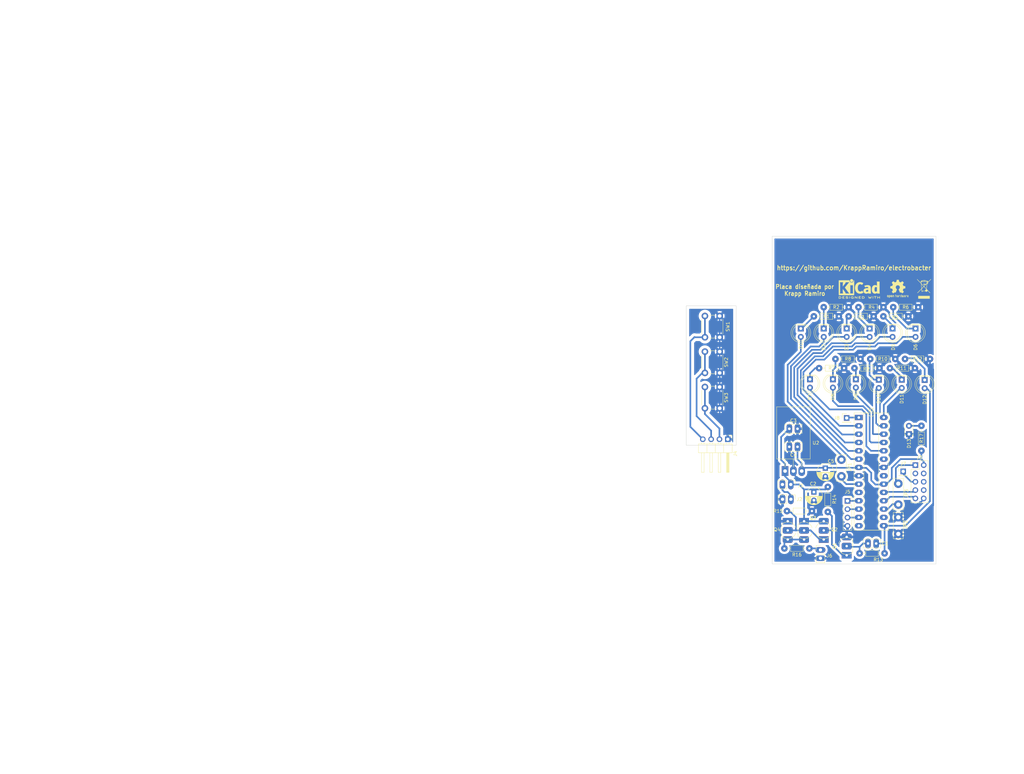
<source format=kicad_pcb>
(kicad_pcb (version 20211014) (generator pcbnew)
  (layers (0 "F.Cu" signal) (31 "B.Cu" signal) (34 "B.Paste" user) (35 "F.Paste" user) (36 "B.SilkS" user "B.Silkscreen") (37 "F.SilkS" user "F.Silkscreen") (38 "B.Mask" user) (39 "F.Mask" user) (44 "Edge.Cuts" user))
  (net 0 "")
  (net 1 "/mosi")
  (net 2 "+5V")
  (net 5 "Net-(J3-Pad5)")
  (net 7 "/sck")
  (net 9 "/miso")
  (net 10 "GND")
  (net 11 "Net-(Q1-Pad1)")
  (net 12 "Net-(C1-Pad2)")
  (net 13 "Net-(Q2-Pad1)")
  (net 14 "+9V")
  (net 15 "/led6")
  (net 16 "/led5")
  (net 17 "/led4")
  (net 18 "/led3")
  (net 19 "/led2")
  (net 20 "/led1")
  (net 22 "/btn1")
  (net 23 "/btn2")
  (net 24 "/btn3")
  (net 25 "/pwm")
  (net 29 "/led7")
  (net 30 "/led8")
  (net 31 "/led9")
  (net 32 "/led10")
  (net 33 "/led11")
  (net 34 "Net-(BT1-Pad1)")
  (net 35 "Net-(Q3-Pad3)")
  (net 36 "/out+")
  (net 37 "Net-(D13-Pad2)")
  (net 39 "Net-(J5-Pad1)")
  (net 40 "Net-(J5-Pad2)")
  (net 41 "Net-(J5-Pad3)")
  (net 42 "/btn-gnd")
  (net 43 "Net-(D3-Pad1)")
  (net 44 "Net-(D9-Pad1)")
  (net 45 "Net-(D8-Pad1)")
  (net 46 "Net-(D7-Pad1)")
  (net 47 "Net-(D12-Pad1)")
  (net 48 "Net-(D11-Pad1)")
  (net 49 "Net-(D10-Pad1)")
  (net 50 "Net-(D1-Pad1)")
  (net 51 "Net-(D2-Pad1)")
  (net 52 "Net-(D4-Pad1)")
  (net 53 "Net-(J8-Pad1)")
  (net 54 "Net-(D5-Pad1)")
  (net 55 "Net-(D6-Pad1)")
  (footprint "Capacitor_THT:CP_Radial_D5.0mm_P2.50mm" (layer "F.Cu") (at 231.5 122.5 -90)
    (fp_text reference "C5" (at -2.1 -1.7 180) (layer "F.SilkS"))
    (fp_text value "10uF")
    (pad "1" thru_hole rect (at 0 0 270) (size 1.6 1.6) (drill 0.8) (layers *.Cu *.Mask) (net 2 "+5V"))
    (pad "2" thru_hole circle (at 2.5 0 270) (size 1.6 1.6) (drill 0.8) (layers *.Cu *.Mask) (net 10 "GND"))
  )
  (footprint "Connector_PinHeader_2.54mm:PinHeader_1x04_P2.54mm_Horizontal" (layer "F.Cu") (at 201.725 113.695 -90)
    (fp_text reference "J4" (at 4.385 -2.27 90) (layer "F.SilkS"))
    (fp_text value "Conn_01x04_Male")
    (pad "1" thru_hole rect (at 0 0 270) (size 1.7 1.7) (drill 1) (layers *.Cu *.Mask) (net 42 "/btn-gnd"))
    (pad "2" thru_hole oval (at 0 2.54 270) (size 1.7 1.7) (drill 1) (layers *.Cu *.Mask) (net 24 "/btn3"))
    (pad "3" thru_hole oval (at 0 5.08 270) (size 1.7 1.7) (drill 1) (layers *.Cu *.Mask) (net 23 "/btn2"))
    (pad "4" thru_hole oval (at 0 7.62 270) (size 1.7 1.7) (drill 1) (layers *.Cu *.Mask) (net 22 "/btn1"))
  )
  (footprint "Symbol:OSHW-Logo2_7.3x6mm_SilkScreen" (layer "F.Cu") (at 253.6 67.8)
    (fp_text reference "REF**" hide)
    (fp_text value "OSHW-Logo2_7.3x6mm_SilkScreen" hide)
  )
  (footprint "Symbol:WEEE-Logo_4.2x6mm_SilkScreen" (layer "F.Cu") (at 261.6 67.8)
    (fp_text reference "REF**" hide)
    (fp_text value "WEEE-Logo_4.2x6mm_SilkScreen" hide)
  )
  (footprint "kicad_user_libraries:cap-disco-chico-pads-grandes" (layer "F.Cu") (at 223 116 180)
    (fp_text reference "C4" (at 1.25 -2.5) (layer "F.SilkS"))
    (fp_text value "100nF")
    (pad "1" thru_hole oval (at 0 0 180) (size 1.7 3) (drill 0.8) (layers *.Cu *.Mask) (net 2 "+5V"))
    (pad "2" thru_hole oval (at 2.5 0 180) (size 1.7 3) (drill 0.8) (layers *.Cu *.Mask) (net 10 "GND"))
  )
  (footprint "LED_THT:LED_D5.0mm" (layer "F.Cu") (at 261.8 95.6 -90)
    (fp_text reference "D12" (at 6 0 90) (layer "F.SilkS"))
    (fp_text value "LED")
    (pad "1" thru_hole rect (at 0 0 270) (size 1.8 1.8) (drill 0.9) (layers *.Cu *.Mask) (net 47 "Net-(D12-Pad1)"))
    (pad "2" thru_hole circle (at 2.54 0 270) (size 1.8 1.8) (drill 0.9) (layers *.Cu *.Mask) (net 25 "/pwm"))
  )
  (footprint "LED_THT:LED_D5.0mm" (layer "F.Cu") (at 252 79.925 -90)
    (fp_text reference "D5" (at 5.675 -0.2 90) (layer "F.SilkS"))
    (fp_text value "LED")
    (pad "1" thru_hole rect (at 0 0 270) (size 1.8 1.8) (drill 0.9) (layers *.Cu *.Mask) (net 54 "Net-(D5-Pad1)"))
    (pad "2" thru_hole circle (at 2.54 0 270) (size 1.8 1.8) (drill 0.9) (layers *.Cu *.Mask) (net 16 "/led5"))
  )
  (footprint "kicad_user_libraries:krapp-res-generic" (layer "F.Cu") (at 258.82 92 180)
    (fp_text reference "R11" (at 4.02 0) (layer "F.SilkS"))
    (fp_text value "1k")
    (pad "1" thru_hole circle (at 0 0 180) (size 2 2) (drill 0.7) (layers *.Cu *.Mask) (net 10 "GND"))
    (pad "2" thru_hole circle (at 7.62 0 180) (size 2 2) (drill 0.7) (layers *.Cu *.Mask) (net 48 "Net-(D11-Pad1)"))
  )
  (footprint "kicad_user_libraries:cap-disco-chico-pads-grandes" (layer "F.Cu") (at 247 145.5 180)
    (fp_text reference "C1" (at -2.75 0) (layer "F.SilkS"))
    (fp_text value "10nF")
    (pad "1" thru_hole oval (at 0 0 180) (size 1.7 3) (drill 0.8) (layers *.Cu *.Mask) (net 25 "/pwm"))
    (pad "2" thru_hole oval (at 2.5 0 180) (size 1.7 3) (drill 0.8) (layers *.Cu *.Mask) (net 12 "Net-(C1-Pad2)"))
  )
  (footprint "Connector_PinHeader_2.54mm:PinHeader_2x05_P2.54mm_Vertical" (layer "F.Cu") (at 258.96 121.59)
    (fp_text reference "J3" (at 1.27 -2.33) (layer "F.SilkS"))
    (fp_text value "CONN_programador")
    (pad "1" thru_hole rect (at 0 0) (size 1.7 1.7) (drill 1) (layers *.Cu *.Mask) (net 1 "/mosi"))
    (pad "2" thru_hole oval (at 2.54 0) (size 1.7 1.7) (drill 1) (layers *.Cu *.Mask) (net 2 "+5V"))
    (pad "3" thru_hole oval (at 0 2.54) (size 1.7 1.7) (drill 1) (layers *.Cu *.Mask))
    (pad "4" thru_hole oval (at 2.54 2.54) (size 1.7 1.7) (drill 1) (layers *.Cu *.Mask))
    (pad "5" thru_hole oval (at 0 5.08) (size 1.7 1.7) (drill 1) (layers *.Cu *.Mask) (net 5 "Net-(J3-Pad5)"))
    (pad "6" thru_hole oval (at 2.54 5.08) (size 1.7 1.7) (drill 1) (layers *.Cu *.Mask))
    (pad "7" thru_hole oval (at 0 7.62) (size 1.7 1.7) (drill 1) (layers *.Cu *.Mask) (net 7 "/sck"))
    (pad "8" thru_hole oval (at 2.54 7.62) (size 1.7 1.7) (drill 1) (layers *.Cu *.Mask))
    (pad "9" thru_hole oval (at 0 10.16) (size 1.7 1.7) (drill 1) (layers *.Cu *.Mask) (net 9 "/miso"))
    (pad "10" thru_hole oval (at 2.54 10.16) (size 1.7 1.7) (drill 1) (layers *.Cu *.Mask) (net 10 "GND"))
  )
  (footprint "Connector_PinHeader_2.54mm:PinHeader_1x01_P2.54mm_Vertical" (layer "F.Cu") (at 255.25 123.5)
    (fp_text reference "J7" (at 0 -2.33) (layer "F.SilkS"))
    (fp_text value "conn_reset")
    (pad "1" thru_hole rect (at 0 0) (size 1.7 1.7) (drill 1) (layers *.Cu *.Mask) (net 5 "Net-(J3-Pad5)"))
  )
  (footprint "kicad_user_libraries:krapp-res-generic" (layer "F.Cu") (at 260.8 117.21 90)
    (fp_text reference "R17" (at 3.8 0 90) (layer "F.SilkS"))
    (fp_text value "1k")
    (pad "1" thru_hole circle (at 0 0 90) (size 2 2) (drill 0.7) (layers *.Cu *.Mask) (net 2 "+5V"))
    (pad "2" thru_hole circle (at 7.62 0 90) (size 2 2) (drill 0.7) (layers *.Cu *.Mask) (net 37 "Net-(D13-Pad2)"))
  )
  (footprint "LED_THT:LED_D5.0mm" (layer "F.Cu") (at 259 79.925 -90)
    (fp_text reference "D6" (at 5.675 0 90) (layer "F.SilkS"))
    (fp_text value "LED")
    (pad "1" thru_hole rect (at 0 0 270) (size 1.8 1.8) (drill 0.9) (layers *.Cu *.Mask) (net 55 "Net-(D6-Pad1)"))
    (pad "2" thru_hole circle (at 2.54 0 270) (size 1.8 1.8) (drill 0.9) (layers *.Cu *.Mask) (net 15 "/led6"))
  )
  (footprint "kicad_user_libraries:krapp-TO-92_HandSolder" (layer "F.Cu") (at 238 147.564 90)
    (fp_text reference "Q1" (at 1.314 -3.75 90) (layer "F.SilkS"))
    (fp_text value "BC547")
    (pad "1" thru_hole rect (at -1.524 0 90) (size 2 3) (drill 0.75) (layers *.Cu *.Mask) (net 11 "Net-(Q1-Pad1)"))
    (pad "2" thru_hole roundrect (at 1.27 0 90) (size 2 3) (drill 0.75) (layers *.Cu *.Mask) (net 12 "Net-(C1-Pad2)"))
    (pad "3" thru_hole roundrect (at 4.064 0 90) (size 2 3) (drill 0.75) (layers *.Cu *.Mask) (net 10 "GND"))
  )
  (footprint "TestPoint:TestPoint_Bridge_Pitch5.08mm_Drill1.3mm" (layer "F.Cu") (at 236.4 125 90)
    (fp_text reference "JP1" (at 2.8 2.5 90) (layer "F.SilkS"))
    (fp_text value "Jumper_2_Bridged")
    (pad "1" thru_hole circle (at 5.08 0 90) (size 2.6 2.6) (drill 1.3) (layers *.Cu *.Mask) (net 20 "/led1"))
    (pad "1" thru_hole circle (at 0 0 90) (size 2.6 2.6) (drill 1.3) (layers *.Cu *.Mask) (net 20 "/led1"))
  )
  (footprint "LED_THT:LED_D5.0mm" (layer "F.Cu") (at 240.8 95.4 -90)
    (fp_text reference "D9" (at 5.4 0 90) (layer "F.SilkS"))
    (fp_text value "LED")
    (pad "1" thru_hole rect (at 0 0 270) (size 1.8 1.8) (drill 0.9) (layers *.Cu *.Mask) (net 44 "Net-(D9-Pad1)"))
    (pad "2" thru_hole circle (at 2.54 0 270) (size 1.8 1.8) (drill 0.9) (layers *.Cu *.Mask) (net 31 "/led9"))
  )
  (footprint "kicad_user_libraries:cap-disco-chico-pads-grandes" (layer "F.Cu") (at 220.5 110.5)
    (fp_text reference "C3" (at 1.25 -2.5) (layer "F.SilkS"))
    (fp_text value "100nF")
    (pad "1" thru_hole oval (at 0 0) (size 1.7 3) (drill 0.8) (layers *.Cu *.Mask) (net 14 "+9V"))
    (pad "2" thru_hole oval (at 2.5 0) (size 1.7 3) (drill 0.8) (layers *.Cu *.Mask) (net 10 "GND"))
  )
  (footprint "TestPoint:TestPoint_Bridge_Pitch5.08mm_Drill1.3mm" (layer "F.Cu") (at 253.75 142.58 90)
    (fp_text reference "JP2" (at 2.8 2.3 90) (layer "F.SilkS"))
    (fp_text value "Jumper_2_Bridged")
    (pad "1" thru_hole circle (at 0 0 90) (size 2.6 2.6) (drill 1.3) (layers *.Cu *.Mask) (net 10 "GND"))
    (pad "1" thru_hole circle (at 5.08 0 90) (size 2.6 2.6) (drill 1.3) (layers *.Cu *.Mask) (net 10 "GND"))
  )
  (footprint "kicad_user_libraries:krapp-res-generic" (layer "F.Cu") (at 238.61 73.4 180)
    (fp_text reference "R2" (at 3.81 0) (layer "F.SilkS"))
    (fp_text value "1k")
    (pad "1" thru_hole circle (at 0 0 180) (size 2 2) (drill 0.7) (layers *.Cu *.Mask) (net 10 "GND"))
    (pad "2" thru_hole circle (at 7.62 0 180) (size 2 2) (drill 0.7) (layers *.Cu *.Mask) (net 51 "Net-(D2-Pad1)"))
  )
  (footprint "Capacitor_THT:CP_Radial_D5.0mm_P2.50mm" (layer "F.Cu") (at 228 129.8 -90)
    (fp_text reference "C2" (at -2.5 0.25) (layer "F.SilkS"))
    (fp_text value "100uF")
    (pad "1" thru_hole rect (at 0 0 270) (size 1.6 1.6) (drill 0.8) (layers *.Cu *.Mask) (net 14 "+9V"))
    (pad "2" thru_hole circle (at 2.5 0 270) (size 1.6 1.6) (drill 0.8) (layers *.Cu *.Mask) (net 10 "GND"))
  )
  (footprint "Connector_PinHeader_2.54mm:PinHeader_1x01_P2.54mm_Vertical" (layer "F.Cu") (at 238 107.2)
    (fp_text reference "J8" (at -3 0) (layer "F.SilkS"))
    (fp_text value "conn_reset")
    (pad "1" thru_hole rect (at 0 0) (size 1.7 1.7) (drill 1) (layers *.Cu *.Mask) (net 53 "Net-(J8-Pad1)"))
  )
  (footprint "kicad_user_libraries:krapp-res-generic" (layer "F.Cu") (at 242.2 89.2 180)
    (fp_text reference "R8" (at 3.81 0) (layer "F.SilkS"))
    (fp_text value "1k")
    (pad "1" thru_hole circle (at 0 0 180) (size 2 2) (drill 0.7) (layers *.Cu *.Mask) (net 10 "GND"))
    (pad "2" thru_hole circle (at 7.62 0 180) (size 2 2) (drill 0.7) (layers *.Cu *.Mask) (net 45 "Net-(D8-Pad1)"))
  )
  (footprint "Package_DIP:DIP-28_W7.62mm_Socket_LongPads" (layer "F.Cu") (at 241.7 107.06)
    (fp_text reference "U1" (at 3.81 -2.33) (layer "F.SilkS"))
    (fp_text value "ATmega48V-10P")
    (pad "1" thru_hole rect (at 0 0) (size 2.4 1.6) (drill 0.8) (layers *.Cu *.Mask) (net 53 "Net-(J8-Pad1)"))
    (pad "2" thru_hole oval (at 0 2.54) (size 2.4 1.6) (drill 0.8) (layers *.Cu *.Mask) (net 15 "/led6"))
    (pad "3" thru_hole oval (at 0 5.08) (size 2.4 1.6) (drill 0.8) (layers *.Cu *.Mask) (net 16 "/led5"))
    (pad "4" thru_hole oval (at 0 7.62) (size 2.4 1.6) (drill 0.8) (layers *.Cu *.Mask) (net 17 "/led4"))
    (pad "5" thru_hole oval (at 0 10.16) (size 2.4 1.6) (drill 0.8) (layers *.Cu *.Mask) (net 18 "/led3"))
    (pad "6" thru_hole oval (at 0 12.7) (size 2.4 1.6) (drill 0.8) (layers *.Cu *.Mask) (net 19 "/led2"))
    (pad "7" thru_hole oval (at 0 15.24) (size 2.4 1.6) (drill 0.8) (layers *.Cu *.Mask) (net 2 "+5V"))
    (pad "8" thru_hole oval (at 0 17.78) (size 2.4 1.6) (drill 0.8) (layers *.Cu *.Mask) (net 10 "GND"))
    (pad "9" thru_hole oval (at 0 20.32) (size 2.4 1.6) (drill 0.8) (layers *.Cu *.Mask) (net 20 "/led1"))
    (pad "10" thru_hole oval (at 0 22.86) (size 2.4 1.6) (drill 0.8) (layers *.Cu *.Mask))
    (pad "11" thru_hole oval (at 0 25.4) (size 2.4 1.6) (drill 0.8) (layers *.Cu *.Mask) (net 39 "Net-(J5-Pad1)"))
    (pad "12" thru_hole oval (at 0 27.94) (size 2.4 1.6) (drill 0.8) (layers *.Cu *.Mask) (net 40 "Net-(J5-Pad2)"))
    (pad "13" thru_hole oval (at 0 30.48) (size 2.4 1.6) (drill 0.8) (layers *.Cu *.Mask) (net 41 "Net-(J5-Pad3)"))
    (pad "14" thru_hole oval (at 0 33.02) (size 2.4 1.6) (drill 0.8) (layers *.Cu *.Mask))
    (pad "15" thru_hole oval (at 7.62 33.02) (size 2.4 1.6) (drill 0.8) (layers *.Cu *.Mask) (net 25 "/pwm"))
    (pad "16" thru_hole oval (at 7.62 30.48) (size 2.4 1.6) (drill 0.8) (layers *.Cu *.Mask))
    (pad "17" thru_hole oval (at 7.62 27.94) (size 2.4 1.6) (drill 0.8) (layers *.Cu *.Mask) (net 1 "/mosi"))
    (pad "18" thru_hole oval (at 7.62 25.4) (size 2.4 1.6) (drill 0.8) (layers *.Cu *.Mask) (net 9 "/miso"))
    (pad "19" thru_hole oval (at 7.62 22.86) (size 2.4 1.6) (drill 0.8) (layers *.Cu *.Mask) (net 7 "/sck"))
    (pad "20" thru_hole oval (at 7.62 20.32) (size 2.4 1.6) (drill 0.8) (layers *.Cu *.Mask) (net 2 "+5V"))
    (pad "21" thru_hole oval (at 7.62 17.78) (size 2.4 1.6) (drill 0.8) (layers *.Cu *.Mask))
    (pad "22" thru_hole oval (at 7.62 15.24) (size 2.4 1.6) (drill 0.8) (layers *.Cu *.Mask) (net 10 "GND"))
    (pad "23" thru_hole oval (at 7.62 12.7) (size 2.4 1.6) (drill 0.8) (layers *.Cu *.Mask))
    (pad "24" thru_hole oval (at 7.62 10.16) (size 2.4 1.6) (drill 0.8) (layers *.Cu *.Mask) (net 29 "/led7"))
    (pad "25" thru_hole oval (at 7.62 7.62) (size 2.4 1.6) (drill 0.8) (layers *.Cu *.Mask) (net 30 "/led8"))
    (pad "26" thru_hole oval (at 7.62 5.08) (size 2.4 1.6) (drill 0.8) (layers *.Cu *.Mask) (net 31 "/led9"))
    (pad "27" thru_hole oval (at 7.62 2.54) (size 2.4 1.6) (drill 0.8) (layers *.Cu *.Mask) (net 32 "/led10"))
    (pad "28" thru_hole oval (at 7.62 0) (size 2.4 1.6) (drill 0.8) (layers *.Cu *.Mask) (net 33 "/led11"))
  )
  (footprint "LED_THT:LED_D5.0mm" (layer "F.Cu") (at 233.8 95.4 -90)
    (fp_text reference "D8" (at 5.4 0 90) (layer "F.SilkS"))
    (fp_text value "LED")
    (pad "1" thru_hole rect (at 0 0 270) (size 1.8 1.8) (drill 0.9) (layers *.Cu *.Mask) (net 45 "Net-(D8-Pad1)"))
    (pad "2" thru_hole circle (at 2.54 0 270) (size 1.8 1.8) (drill 0.9) (layers *.Cu *.Mask) (net 30 "/led8"))
  )
  (footprint "kicad_user_libraries:krapp-res-generic" (layer "F.Cu") (at 237.2 92 180)
    (fp_text reference "R7" (at 3.81 0) (layer "F.SilkS"))
    (fp_text value "1k")
    (pad "1" thru_hole circle (at 0 0 180) (size 2 2) (drill 0.7) (layers *.Cu *.Mask) (net 10 "GND"))
    (pad "2" thru_hole circle (at 7.62 0 180) (size 2 2) (drill 0.7) (layers *.Cu *.Mask) (net 46 "Net-(D7-Pad1)"))
  )
  (footprint "kicad_user_libraries:krapp-TO-92_HandSolder" (layer "F.Cu") (at 220.02 140.23 -90)
    (fp_text reference "Q4" (at 1.02 3.27 180) (layer "F.SilkS"))
    (fp_text value "BC327")
    (pad "1" thru_hole rect (at -1.524 0 270) (size 2 3) (drill 0.75) (layers *.Cu *.Mask) (net 10 "GND"))
    (pad "2" thru_hole roundrect (at 1.27 0 270) (size 2 3) (drill 0.75) (layers *.Cu *.Mask) (net 13 "Net-(Q2-Pad1)"))
    (pad "3" thru_hole roundrect (at 4.064 0 270) (size 2 3) (drill 0.75) (layers *.Cu *.Mask) (net 35 "Net-(Q3-Pad3)"))
  )
  (footprint "LED_THT:LED_D5.0mm" (layer "F.Cu") (at 224 79.925 -90)
    (fp_text reference "D1" (at 5.275 0 90) (layer "F.SilkS"))
    (fp_text value "LED")
    (pad "1" thru_hole rect (at 0 0 270) (size 1.8 1.8) (drill 0.9) (layers *.Cu *.Mask) (net 50 "Net-(D1-Pad1)"))
    (pad "2" thru_hole circle (at 2.54 0 270) (size 1.8 1.8) (drill 0.9) (layers *.Cu *.Mask) (net 20 "/led1"))
  )
  (footprint "Connector_PinHeader_2.54mm:PinHeader_1x02_P2.54mm_Vertical" (layer "F.Cu") (at 220.94 127.5 -90)
    (fp_text reference "J1" (at 0.3 -3.06 180) (layer "F.SilkS"))
    (fp_text value "CONN_switch")
    (pad "1" thru_hole oval (at 0 0 270) (size 3 1.7) (drill 1) (layers *.Cu *.Mask) (net 14 "+9V"))
    (pad "2" thru_hole oval (at 0 2.54 270) (size 3 1.7) (drill 1) (layers *.Cu *.Mask) (net 34 "Net-(BT1-Pad1)"))
  )
  (footprint "kicad_user_libraries:TO-220-horizontal-pads-grandes" (layer "F.Cu") (at 219.2 123.4)
    (fp_text reference "U2" (at 9.4 -8.6) (layer "F.SilkS"))
    (fp_text value "L7805")
    (pad "1" thru_hole rect (at 0 0) (size 2 3) (drill 1.1) (layers *.Cu *.Mask) (net 14 "+9V"))
    (pad "2" thru_hole oval (at 2.54 0) (size 2 3) (drill 1.1) (layers *.Cu *.Mask) (net 10 "GND"))
    (pad "3" thru_hole oval (at 5.08 0) (size 2 3) (drill 1.1) (layers *.Cu *.Mask) (net 2 "+5V"))
  )
  (footprint "kicad_user_libraries:krapp-res-generic" (layer "F.Cu") (at 263.42 89.2 180)
    (fp_text reference "R12" (at 3.82 0) (layer "F.SilkS"))
    (fp_text value "1k")
    (pad "1" thru_hole circle (at 0 0 180) (size 2 2) (drill 0.7) (layers *.Cu *.Mask) (net 10 "GND"))
    (pad "2" thru_hole circle (at 7.62 0 180) (size 2 2) (drill 0.7) (layers *.Cu *.Mask) (net 47 "Net-(D12-Pad1)"))
  )
  (footprint "kicad_user_libraries:krapp-res-generic" (layer "F.Cu") (at 246.22 76.2 180)
    (fp_text reference "R3" (at 3.81 -0.2) (layer "F.SilkS"))
    (fp_text value "1k")
    (pad "1" thru_hole circle (at 0 0 180) (size 2 2) (drill 0.7) (layers *.Cu *.Mask) (net 10 "GND"))
    (pad "2" thru_hole circle (at 7.62 0 180) (size 2 2) (drill 0.7) (layers *.Cu *.Mask) (net 43 "Net-(D3-Pad1)"))
  )
  (footprint "kicad_user_libraries:krapp-res-generic" (layer "F.Cu") (at 248 92 180)
    (fp_text reference "R9" (at 4 -0.2) (layer "F.SilkS"))
    (fp_text value "1k")
    (pad "1" thru_hole circle (at 0 0 180) (size 2 2) (drill 0.7) (layers *.Cu *.Mask) (net 10 "GND"))
    (pad "2" thru_hole circle (at 7.62 0 180) (size 2 2) (drill 0.7) (layers *.Cu *.Mask) (net 44 "Net-(D9-Pad1)"))
  )
  (footprint "kicad_user_libraries:krapp-res-generic" (layer "F.Cu") (at 252.82 89.2 180)
    (fp_text reference "R10" (at 3.82 0) (layer "F.SilkS"))
    (fp_text value "1k")
    (pad "1" thru_hole circle (at 0 0 180) (size 2 2) (drill 0.7) (layers *.Cu *.Mask) (net 10 "GND"))
    (pad "2" thru_hole circle (at 7.62 0 180) (size 2 2) (drill 0.7) (layers *.Cu *.Mask) (net 49 "Net-(D10-Pad1)"))
  )
  (footprint "kicad_user_libraries:krapp-TO-92_HandSolder" (layer "F.Cu") (at 225 140.23 -90)
    (fp_text reference "Q3" (at -2.48 -2.75 180) (layer "F.SilkS"))
    (fp_text value "BC337")
    (pad "1" thru_hole rect (at -1.524 0 270) (size 2 3) (drill 0.75) (layers *.Cu *.Mask) (net 14 "+9V"))
    (pad "2" thru_hole roundrect (at 1.27 0 270) (size 2 3) (drill 0.75) (layers *.Cu *.Mask) (net 13 "Net-(Q2-Pad1)"))
    (pad "3" thru_hole roundrect (at 4.064 0 270) (size 2 3) (drill 0.75) (layers *.Cu *.Mask) (net 35 "Net-(Q3-Pad3)"))
  )
  (footprint "kicad_user_libraries:krapp-res-generic" (layer "F.Cu") (at 259.82 73.4 180)
    (fp_text reference "R6" (at 3.82 0) (layer "F.SilkS"))
    (fp_text value "1k")
    (pad "1" thru_hole circle (at 0 0 180) (size 2 2) (drill 0.7) (layers *.Cu *.Mask) (net 10 "GND"))
    (pad "2" thru_hole circle (at 7.62 0 180) (size 2 2) (drill 0.7) (layers *.Cu *.Mask) (net 55 "Net-(D6-Pad1)"))
  )
  (footprint "Connector_PinSocket_2.54mm:PinSocket_1x04_P2.54mm_Vertical" (layer "F.Cu") (at 238.25 132.5)
    (fp_text reference "J5" (at 0 -2.77) (layer "F.SilkS"))
    (fp_text value "CONN_botones")
    (pad "1" thru_hole rect (at 0 0) (size 1.7 1.7) (drill 1) (layers *.Cu *.Mask) (net 39 "Net-(J5-Pad1)"))
    (pad "2" thru_hole oval (at 0 2.54) (size 1.7 1.7) (drill 1) (layers *.Cu *.Mask) (net 40 "Net-(J5-Pad2)"))
    (pad "3" thru_hole oval (at 0 5.08) (size 1.7 1.7) (drill 1) (layers *.Cu *.Mask) (net 41 "Net-(J5-Pad3)"))
    (pad "4" thru_hole oval (at 0 7.62) (size 1.7 1.7) (drill 1) (layers *.Cu *.Mask) (net 10 "GND"))
  )
  (footprint "kicad_user_libraries:krapp-res-generic" (layer "F.Cu") (at 226.62 147 180)
    (fp_text reference "R16" (at 3.81 -1.92) (layer "F.SilkS"))
    (fp_text value "100")
    (pad "1" thru_hole circle (at 0 0 180) (size 2 2) (drill 0.7) (layers *.Cu *.Mask) (net 36 "/out+"))
    (pad "2" thru_hole circle (at 7.62 0 180) (size 2 2) (drill 0.7) (layers *.Cu *.Mask) (net 35 "Net-(Q3-Pad3)"))
  )
  (footprint "LED_THT:LED_D5.0mm" (layer "F.Cu") (at 231 79.925 -90)
    (fp_text reference "D2" (at 5.675 0 90) (layer "F.SilkS"))
    (fp_text value "LED")
    (pad "1" thru_hole rect (at 0 0 270) (size 1.8 1.8) (drill 0.9) (layers *.Cu *.Mask) (net 51 "Net-(D2-Pad1)"))
    (pad "2" thru_hole circle (at 2.54 0 270) (size 1.8 1.8) (drill 0.9) (layers *.Cu *.Mask) (net 19 "/led2"))
  )
  (footprint "kicad_user_libraries:Pin-macho-arduino-2x1-pads-grandes" (layer "F.Cu") (at 230 147.46)
    (fp_text reference "J6" (at 2.75 1.79) (layer "F.SilkS"))
    (fp_text value "CONN_OUT")
    (pad "1" thru_hole oval (at 0 0) (size 3 1.7) (drill 1) (layers *.Cu *.Mask) (net 36 "/out+"))
    (pad "2" thru_hole oval (at 0 2.54) (size 3 1.7) (drill 1) (layers *.Cu *.Mask) (net 10 "GND"))
  )
  (footprint "LED_THT:LED_D1.8mm_W3.3mm_H2.4mm" (layer "F.Cu") (at 257 112.14 90)
    (fp_text reference "D13" (at -2.86 0 90) (layer "F.SilkS"))
    (fp_text value "LED")
    (pad "1" thru_hole rect (at 0 0 90) (size 1.8 1.8) (drill 0.9) (layers *.Cu *.Mask) (net 10 "GND"))
    (pad "2" thru_hole circle (at 2.54 0 90) (size 1.8 1.8) (drill 0.9) (layers *.Cu *.Mask) (net 37 "Net-(D13-Pad2)"))
  )
  (footprint "LED_THT:LED_D5.0mm" (layer "F.Cu") (at 238 79.925 -90)
    (fp_text reference "D3" (at 5.675 0 90) (layer "F.SilkS"))
    (fp_text value "LED")
    (pad "1" thru_hole rect (at 0 0 270) (size 1.8 1.8) (drill 0.9) (layers *.Cu *.Mask) (net 43 "Net-(D3-Pad1)"))
    (pad "2" thru_hole circle (at 2.54 0 270) (size 1.8 1.8) (drill 0.9) (layers *.Cu *.Mask) (net 18 "/led3"))
  )
  (footprint "LED_THT:LED_D5.0mm" (layer "F.Cu") (at 245 79.925 -90)
    (fp_text reference "D4" (at 5.675 0 90) (layer "F.SilkS"))
    (fp_text value "LED")
    (pad "1" thru_hole rect (at 0 0 270) (size 1.8 1.8) (drill 0.9) (layers *.Cu *.Mask) (net 52 "Net-(D4-Pad1)"))
    (pad "2" thru_hole circle (at 2.54 0 270) (size 1.8 1.8) (drill 0.9) (layers *.Cu *.Mask) (net 17 "/led4"))
  )
  (footprint "kicad_user_libraries:krapp-TO-92_HandSolder" (layer "F.Cu") (at 231 142.77 90)
    (fp_text reference "Q2" (at 1.52 3.25 180) (layer "F.SilkS"))
    (fp_text value "BC327")
    (pad "1" thru_hole rect (at -1.524 0 90) (size 2 3) (drill 0.75) (layers *.Cu *.Mask) (net 13 "Net-(Q2-Pad1)"))
    (pad "2" thru_hole roundrect (at 1.27 0 90) (size 2 3) (drill 0.75) (layers *.Cu *.Mask) (net 11 "Net-(Q1-Pad1)"))
    (pad "3" thru_hole roundrect (at 4.064 0 90) (size 2 3) (drill 0.75) (layers *.Cu *.Mask) (net 14 "+9V"))
  )
  (footprint "Symbol:KiCad-Logo2_5mm_SilkScreen" (layer "F.Cu") (at 241.85 67.8)
    (fp_text reference "REF**" hide)
    (fp_text value "KiCad-Logo2_5mm_SilkScreen" hide)
  )
  (footprint "kicad_user_libraries:Pin-macho-arduino-2x1-pads-grandes" (layer "F.Cu") (at 220.968 132 -90)
    (fp_text reference "J2" (at 0 -2.632) (layer "F.SilkS"))
    (fp_text value "CONN_Bateria")
    (pad "1" thru_hole oval (at 0 0 270) (size 3 1.7) (drill 1) (layers *.Cu *.Mask) (net 34 "Net-(BT1-Pad1)"))
    (pad "2" thru_hole oval (at 0 2.54 270) (size 3 1.7) (drill 1) (layers *.Cu *.Mask) (net 10 "GND"))
  )
  (footprint "LED_THT:LED_D5.0mm" (layer "F.Cu") (at 254.8 95.525 -90)
    (fp_text reference "D11" (at 5.875 0 90) (layer "F.SilkS"))
    (fp_text value "LED")
    (pad "1" thru_hole rect (at 0 0 270) (size 1.8 1.8) (drill 0.9) (layers *.Cu *.Mask) (net 48 "Net-(D11-Pad1)"))
    (pad "2" thru_hole circle (at 2.54 0 270) (size 1.8 1.8) (drill 0.9) (layers *.Cu *.Mask) (net 33 "/led11"))
  )
  (footprint "kicad_user_libraries:krapp-res-generic" (layer "F.Cu") (at 235.61 76.2 180)
    (fp_text reference "R1" (at 3.81 0) (layer "F.SilkS"))
    (fp_text value "1k")
    (pad "1" thru_hole circle (at 0 0 180) (size 2 2) (drill 0.7) (layers *.Cu *.Mask) (net 10 "GND"))
    (pad "2" thru_hole circle (at 7.62 0 180) (size 2 2) (drill 0.7) (layers *.Cu *.Mask) (net 50 "Net-(D1-Pad1)"))
  )
  (footprint "kicad_user_libraries:krapp-res-generic" (layer "F.Cu") (at 232.25 135.87 90)
    (fp_text reference "R14" (at 3.87 2 90) (layer "F.SilkS"))
    (fp_text value "470")
    (pad "1" thru_hole circle (at 0 0 90) (size 2 2) (drill 0.7) (layers *.Cu *.Mask) (net 11 "Net-(Q1-Pad1)"))
    (pad "2" thru_hole circle (at 7.62 0 90) (size 2 2) (drill 0.7) (layers *.Cu *.Mask) (net 14 "+9V"))
  )
  (footprint "LED_THT:LED_D5.0mm" (layer "F.Cu") (at 247.8 95.525 -90)
    (fp_text reference "D10" (at 5.875 0 90) (layer "F.SilkS"))
    (fp_text value "LED")
    (pad "1" thru_hole rect (at 0 0 270) (size 1.8 1.8) (drill 0.9) (layers *.Cu *.Mask) (net 49 "Net-(D10-Pad1)"))
    (pad "2" thru_hole circle (at 2.54 0 270) (size 1.8 1.8) (drill 0.9) (layers *.Cu *.Mask) (net 32 "/led10"))
  )
  (footprint "Button_Switch_THT:SW_PUSH_6mm" (layer "F.Cu") (at 199.25 86.955 -90)
    (fp_text reference "SW2" (at 3.25 -2 90) (layer "F.SilkS"))
    (fp_text value "SW_Push")
    (pad "1" thru_hole circle (at 6.5 0) (size 2 2) (drill 1.1) (layers *.Cu *.Mask) (net 42 "/btn-gnd"))
    (pad "1" thru_hole circle (at 0 0) (size 2 2) (drill 1.1) (layers *.Cu *.Mask) (net 42 "/btn-gnd"))
    (pad "2" thru_hole circle (at 6.5 4.5) (size 2 2) (drill 1.1) (layers *.Cu *.Mask) (net 23 "/btn2"))
    (pad "2" thru_hole circle (at 0 4.5) (size 2 2) (drill 1.1) (layers *.Cu *.Mask) (net 23 "/btn2"))
  )
  (footprint "kicad_user_libraries:krapp-res-generic" (layer "F.Cu") (at 256.82 76.2 180)
    (fp_text reference "R5" (at 4.02 -0.2) (layer "F.SilkS"))
    (fp_text value "1k")
    (pad "1" thru_hole circle (at 0 0 180) (size 2 2) (drill 0.7) (layers *.Cu *.Mask) (net 10 "GND"))
    (pad "2" thru_hole circle (at 7.62 0 180) (size 2 2) (drill 0.7) (layers *.Cu *.Mask) (net 54 "Net-(D5-Pad1)"))
  )
  (footprint "Button_Switch_THT:SW_PUSH_6mm" (layer "F.Cu") (at 199.25 97.75 -90)
    (fp_text reference "SW3" (at 3.25 -2 90) (layer "F.SilkS"))
    (fp_text value "SW_Push")
    (pad "1" thru_hole circle (at 0 0) (size 2 2) (drill 1.1) (layers *.Cu *.Mask) (net 42 "/btn-gnd"))
    (pad "1" thru_hole circle (at 6.5 0) (size 2 2) (drill 1.1) (layers *.Cu *.Mask) (net 42 "/btn-gnd"))
    (pad "2" thru_hole circle (at 0 4.5) (size 2 2) (drill 1.1) (layers *.Cu *.Mask) (net 24 "/btn3"))
    (pad "2" thru_hole circle (at 6.5 4.5) (size 2 2) (drill 1.1) (layers *.Cu *.Mask) (net 24 "/btn3"))
  )
  (footprint "TestPoint:TestPoint_Bridge_Pitch6.35mm_Drill1.3mm" (layer "F.Cu") (at 253.75 127.25 -90)
    (fp_text reference "JP3" (at 3 -2.5 90) (layer "F.SilkS"))
    (fp_text value "Jumper_2_Bridged")
    (pad "1" thru_hole circle (at 0 0 270) (size 2.6 2.6) (drill 1.3) (layers *.Cu *.Mask) (net 1 "/mosi"))
    (pad "1" thru_hole circle (at 6.38 0 270) (size 2.6 2.6) (drill 1.3) (layers *.Cu *.Mask) (net 1 "/mosi"))
  )
  (footprint "kicad_user_libraries:krapp-res-generic" (layer "F.Cu") (at 249.22 73.4 180)
    (fp_text reference "R4" (at 3.62 0) (layer "F.SilkS"))
    (fp_text value "1k")
    (pad "1" thru_hole circle (at 0 0 180) (size 2 2) (drill 0.7) (layers *.Cu *.Mask) (net 10 "GND"))
    (pad "2" thru_hole circle (at 7.62 0 180) (size 2 2) (drill 0.7) (layers *.Cu *.Mask) (net 52 "Net-(D4-Pad1)"))
  )
  (footprint "LED_THT:LED_D5.0mm" (layer "F.Cu") (at 226.8 95.4 -90)
    (fp_text reference "D7" (at 5.4 0 90) (layer "F.SilkS"))
    (fp_text value "LED")
    (pad "1" thru_hole rect (at 0 0 270) (size 1.8 1.8) (drill 0.9) (layers *.Cu *.Mask) (net 46 "Net-(D7-Pad1)"))
    (pad "2" thru_hole circle (at 2.54 0 270) (size 1.8 1.8) (drill 0.9) (layers *.Cu *.Mask) (net 29 "/led7"))
  )
  (footprint "kicad_user_libraries:krapp-res-generic" (layer "F.Cu") (at 249.56 148.5 180)
    (fp_text reference "R13" (at 1.905 -1.92) (layer "F.SilkS"))
    (fp_text value "2.2K")
    (pad "1" thru_hole circle (at 0 0 180) (size 2 2) (drill 0.7) (layers *.Cu *.Mask) (net 25 "/pwm"))
    (pad "2" thru_hole circle (at 7.62 0 180) (size 2 2) (drill 0.7) (layers *.Cu *.Mask) (net 12 "Net-(C1-Pad2)"))
  )
  (footprint "Button_Switch_THT:SW_PUSH_6mm" (layer "F.Cu") (at 199.25 76.085 -90)
    (fp_text reference "SW1" (at 3.25 -2.485 90) (layer "F.SilkS"))
    (fp_text value "SW_Push")
    (pad "1" thru_hole circle (at 0 0) (size 2 2) (drill 1.1) (layers *.Cu *.Mask) (net 42 "/btn-gnd"))
    (pad "1" thru_hole circle (at 6.5 0) (size 2 2) (drill 1.1) (layers *.Cu *.Mask) (net 42 "/btn-gnd"))
    (pad "2" thru_hole circle (at 6.5 4.5) (size 2 2) (drill 1.1) (layers *.Cu *.Mask) (net 22 "/btn1"))
    (pad "2" thru_hole circle (at 0 4.5) (size 2 2) (drill 1.1) (layers *.Cu *.Mask) (net 22 "/btn1"))
  )
  (footprint "kicad_user_libraries:krapp-res-generic" (layer "F.Cu") (at 227.4 135.6 180)
    (fp_text reference "R15" (at 10.31 0) (layer "F.SilkS"))
    (fp_text value "470")
    (pad "1" thru_hole circle (at 0 0 180) (size 2 2) (drill 0.7) (layers *.Cu *.Mask) (net 10 "GND"))
    (pad "2" thru_hole circle (at 7.62 0 180) (size 2 2) (drill 0.7) (layers *.Cu *.Mask) (net 13 "Net-(Q2-Pad1)"))
  )
  (gr_rect (start 189.035 72.985) (end 204.275 115.53) (layer "Edge.Cuts") (width 0.1) (fill none))
  (gr_rect locked (start 265.25 151.75) (end 215.25 51.75) (layer "Edge.Cuts") (width 0.1) (fill none))
  (gr_text "Placa diseñada por\nKrapp Ramiro" (at 225.2 68.2) (layer "F.SilkS") (effects (font (size 1.3 1.2) (thickness 0.25))))
  (gr_text "https://github.com/KrappRamiro/electrobacter" (at 240.2 61.4) (layer "F.SilkS") (effects (font (size 1.4 1.3) (thickness 0.25))))
  (segment (start 250.5 135) (end 252 133.5) (width 0.5) (layer "B.Cu") (net 1))
  (segment (start 253 126.5) (end 253 122.5) (width 0.5) (layer "B.Cu") (net 1))
  (segment (start 253.62 133.5) (end 253.75 133.63) (width 0.5) (layer "B.Cu") (net 1))
  (segment (start 253.91 121.59) (end 258.96 121.59) (width 0.5) (layer "B.Cu") (net 1))
  (segment (start 253.75 127.25) (end 253 126.5) (width 0.5) (layer "B.Cu") (net 1))
  (segment (start 252 133.5) (end 253.62 133.5) (width 0.5) (layer "B.Cu") (net 1))
  (segment (start 253 122.5) (end 253.91 121.59) (width 0.5) (layer "B.Cu") (net 1))
  (segment (start 249.32 135) (end 250.5 135) (width 0.5) (layer "B.Cu") (net 1))
  (segment (start 249.32 127.38) (end 250.12 127.38) (width 0.5) (layer "B.Cu") (net 2))
  (segment (start 223 119.8) (end 223 116) (width 0.5) (layer "B.Cu") (net 2))
  (segment (start 251.75 125.75) (end 251.75 122.45) (width 0.5) (layer "B.Cu") (net 2))
  (segment (start 260.75 119.75) (end 261.5 120.5) (width 0.5) (layer "B.Cu") (net 2))
  (segment (start 261.5 120.5) (end 261.5 121.59) (width 0.5) (layer "B.Cu") (net 2))
  (segment (start 225.2785 122.4015) (end 224.28 123.4) (width 0.5) (layer "B.Cu") (net 2))
  (segment (start 246.77 127.508) (end 245.5 126.238) (width 0.5) (layer "B.Cu") (net 2))
  (segment (start 241.7 122.428) (end 241.6735 122.4015) (width 0.5) (layer "B.Cu") (net 2))
  (segment (start 223 116) (end 223 115.8) (width 0.5) (layer "B.Cu") (net 2))
  (segment (start 245.5 123.952) (end 243.976 122.428) (width 0.5) (layer "B.Cu") (net 2))
  (segment (start 224.28 121.08) (end 223 119.8) (width 0.5) (layer "B.Cu") (net 2))
  (segment (start 245.5 126.238) (end 245.5 123.952) (width 0.5) (layer "B.Cu") (net 2))
  (segment (start 254.45 119.75) (end 260.75 119.75) (width 0.5) (layer "B.Cu") (net 2))
  (segment (start 241.6735 122.4015) (end 225.2785 122.4015) (width 0.5) (layer "B.Cu") (net 2))
  (segment (start 224.28 123.4) (end 224.28 121.08) (width 0.5) (layer "B.Cu") (net 2))
  (segment (start 250.12 127.38) (end 251.75 125.75) (width 0.5) (layer "B.Cu") (net 2))
  (segment (start 260.75 119.75) (end 260.8 119.7) (width 0.5) (layer "B.Cu") (net 2))
  (segment (start 249.32 127.508) (end 246.77 127.508) (width 0.5) (layer "B.Cu") (net 2))
  (segment (start 243.976 122.428) (end 241.7 122.428) (width 0.5) (layer "B.Cu") (net 2))
  (segment (start 251.75 122.45) (end 254.45 119.75) (width 0.5) (layer "B.Cu") (net 2))
  (segment (start 260.8 119.7) (end 260.8 117.21) (width 0.5) (layer "B.Cu") (net 2))
  (segment (start 257.67 126.67) (end 255.25 124.25) (width 0.5) (layer "B.Cu") (net 5))
  (segment (start 258.96 126.67) (end 257.67 126.67) (width 0.5) (layer "B.Cu") (net 5))
  (segment (start 255.25 124.25) (end 255.25 123.5) (width 0.5) (layer "B.Cu") (net 5))
  (segment (start 258.96 129.21) (end 258.42 129.75) (width 0.5) (layer "B.Cu") (net 7))
  (segment (start 249.49 129.75) (end 249.32 129.92) (width 0.5) (layer "B.Cu") (net 7))
  (segment (start 258.42 129.75) (end 249.49 129.75) (width 0.5) (layer "B.Cu") (net 7))
  (segment (start 258.46 131.25) (end 258.96 131.75) (width 0.5) (layer "B.Cu") (net 9))
  (segment (start 251.25 131.25) (end 258.46 131.25) (width 0.5) (layer "B.Cu") (net 9))
  (segment (start 249.32 132.46) (end 250.04 132.46) (width 0.5) (layer "B.Cu") (net 9))
  (segment (start 250.04 132.46) (end 251.25 131.25) (width 0.5) (layer "B.Cu") (net 9))
  (segment (start 221.74 123.4) (end 221.74 124.34) (width 0.5) (layer "B.Cu") (net 10))
  (segment (start 261.5 132) (end 261.5 131.75) (width 0.5) (layer "B.Cu") (net 10))
  (segment (start 253.75 137.5) (end 256 137.5) (width 0.5) (layer "B.Cu") (net 10))
  (segment (start 249.32 122.3) (end 250.1 122.3) (width 0.5) (layer "B.Cu") (net 10))
  (segment (start 249.32 122.3) (end 249.9 122.3) (width 0.5) (layer "B.Cu") (net 10))
  (segment (start 264.171425 134.078575) (end 263.725 134.525) (width 0.5) (layer "B.Cu") (net 10))
  (segment (start 263.4 91.4) (end 263.42 91.38) (width 0.5) (layer "B.Cu") (net 10))
  (segment (start 263.725 134.525) (end 264.4 133.85) (width 0.5) (layer "B.Cu") (net 10))
  (segment (start 263.725 134.525) (end 255.67 142.58) (width 0.5) (layer "B.Cu") (net 10))
  (segment (start 249.9 122.3) (end 251.8 120.4) (width 0.5) (layer "B.Cu") (net 10))
  (segment (start 221.74 124.34) (end 223.4 126) (width 0.5) (layer "B.Cu") (net 10))
  (segment (start 263.42 91.38) (end 263.42 89.2) (width 0.5) (layer "B.Cu") (net 10))
  (segment (start 264.4 92.4) (end 263.4 91.4) (width 0.5) (layer "B.Cu") (net 10))
  (segment (start 256 137.5) (end 261.5 132) (width 0.5) (layer "B.Cu") (net 10))
  (segment (start 255.67 142.58) (end 253.75 142.58) (width 0.5) (layer "B.Cu") (net 10))
  (segment (start 264.4 133.85) (end 264.4 92.4) (width 0.5) (layer "B.Cu") (net 10))
  (segment (start 231 141.5) (end 233.5 141.5) (width 0.5) (layer "B.Cu") (net 11))
  (segment (start 233.5 145.828956) (end 236.759044 149.088) (width 0.5) (layer "B.Cu") (net 11))
  (segment (start 233.5 141.5) (end 233.5 145.828956) (width 0.5) (layer "B.Cu") (net 11))
  (segment (start 236.759044 149.088) (end 237.02 149.088) (width 0.5) (layer "B.Cu") (net 11))
  (segment (start 233.5 141.5) (end 233.5 137.12) (width 0.5) (layer "B.Cu") (net 11))
  (segment (start 233.5 137.12) (end 232.25 135.87) (width 0.5) (layer "B.Cu") (net 11))
  (segment (start 243 145.5) (end 242 146.5) (width 0.5) (layer "B.Cu") (net 12))
  (segment (start 241.94 148.5) (end 241.94 146.56) (width 0.5) (layer "B.Cu") (net 12))
  (segment (start 242 146.5) (end 238.206 146.5) (width 0.5) (layer "B.Cu") (net 12))
  (segment (start 244.5 145.5) (end 243 145.5) (width 0.5) (layer "B.Cu") (net 12))
  (segment (start 238.206 146.5) (end 238 146.294) (width 0.5) (layer "B.Cu") (net 12))
  (segment (start 241.94 146.56) (end 242 146.5) (width 0.5) (layer "B.Cu") (net 12))
  (segment (start 221 136) (end 222.5 137.5) (width 0.5) (layer "B.Cu") (net 13))
  (segment (start 230.036 144.31) (end 230.02 144.294) (width 0.5) (layer "B.Cu") (net 13))
  (segment (start 222.5 141.5) (end 220.02 141.5) (width 0.5) (layer "B.Cu") (net 13))
  (segment (start 222.5 141.5) (end 227 141.5) (width 0.5) (layer "B.Cu") (net 13))
  (segment (start 219.78 136) (end 221 136) (width 0.5) (layer "B.Cu") (net 13))
  (segment (start 222.5 137.5) (end 222.5 141.5) (width 0.5) (layer "B.Cu") (net 13))
  (segment (start 227 141.5) (end 229.794 144.294) (width 0.5) (layer "B.Cu") (net 13))
  (segment (start 229.794 144.294) (end 231 144.294) (width 0.5) (layer "B.Cu") (net 13))
  (segment (start 219.2175 123.42743) (end 219.2175 121.2175) (width 0.5) (layer "B.Cu") (net 14))
  (segment (start 223.489 127.5) (end 220.94 127.5) (width 0.5) (layer "B.Cu") (net 14))
  (segment (start 225 138.706) (end 225 129.011) (width 0.5) (layer "B.Cu") (net 14))
  (segment (start 218 120) (end 218 113) (width 0.5) (layer "B.Cu") (net 14))
  (segment (start 220.94 127.5) (end 220.94 126.54) (width 0.5) (layer "B.Cu") (net 14))
  (segment (start 219.2 125) (end 219.2 123.4) (width 0.5) (layer "B.Cu") (net 14))
  (segment (start 220.94 126.74) (end 219.2 125) (width 0.5) (layer "B.Cu") (net 14))
  (segment (start 228 129.8) (end 228 129.2) (width 0.5) (layer "B.Cu") (net 14))
  (segment (start 231 138.706) (end 226.294 138.706) (width 0.5) (layer "B.Cu") (net 14))
  (segment (start 225 129.011) (end 223.489 127.5) (width 0.5) (layer "B.Cu") (net 14))
  (segment (start 218 113) (end 220.5 110.5) (width 0.5) (layer "B.Cu") (net 14))
  (segment (start 228 129.2) (end 227.8 129) (width 0.5) (layer "B.Cu") (net 14))
  (segment (start 225 129) (end 227.8 129) (width 0.5) (layer "B.Cu") (net 14))
  (segment (start 220.94 127.5) (end 220.94 126.74) (width 0.5) (layer "B.Cu") (net 14))
  (segment (start 219.2175 121.2175) (end 218 120) (width 0.5) (layer "B.Cu") (net 14))
  (segment (start 227.314 138.706) (end 224 138.706) (width 0.5) (layer "B.Cu") (net 14))
  (segment (start 231.5 129) (end 232.25 128.25) (width 0.5) (layer "B.Cu") (net 14))
  (segment (start 225 129.011) (end 225.0055 129.0055) (width 0.5) (layer "B.Cu") (net 14))
  (segment (start 227.8 129) (end 231.5 129) (width 0.5) (layer "B.Cu") (net 14))
  (segment (start 224.8 93.2) (end 228.6 89.4) (width 0.5) (layer "B.Cu") (net 15))
  (segment (start 246.6 85.4) (end 247.6 84.4) (width 0.5) (layer "B.Cu") (net 15))
  (segment (start 247.6 84.4) (end 253.2 84.4) (width 0.5) (layer "B.Cu") (net 15))
  (segment (start 241.7 109.6) (end 235.8 109.6) (width 0.5) (layer "B.Cu") (net 15))
  (segment (start 224.8 98.6) (end 224.8 93.2) (width 0.5) (layer "B.Cu") (net 15))
  (segment (start 231.2 89.4) (end 234.2 86.4) (width 0.5) (layer "B.Cu") (net 15))
  (segment (start 234.2 86.4) (end 239.95 86.4) (width 0.5) (layer "B.Cu") (net 15))
  (segment (start 240.95 85.4) (end 246.6 85.4) (width 0.5) (layer "B.Cu") (net 15))
  (segment (start 255.135 82.465) (end 259 82.465) (width 0.5) (layer "B.Cu") (net 15))
  (segment (start 253.2 84.4) (end 255.135 82.465) (width 0.5) (layer "B.Cu") (net 15))
  (segment (start 228.6 89.4) (end 231.2 89.4) (width 0.5) (layer "B.Cu") (net 15))
  (segment (start 235.8 109.6) (end 224.8 98.6) (width 0.5) (layer "B.Cu") (net 15))
  (segment (start 239.95 86.4) (end 240.95 85.4) (width 0.5) (layer "B.Cu") (net 15))
  (segment (start 241.56 112) (end 241.7 112.14) (width 0.5) (layer "B.Cu") (net 16))
  (segment (start 241.7 112.14) (end 241.59 112.25) (width 0.5) (layer "B.Cu") (net 16))
  (segment (start 224 92.7) (end 228.3 88.4) (width 0.5) (layer "B.Cu") (net 16))
  (segment (start 239.6 85.4) (end 240.6 84.4) (width 0.5) (layer "B.Cu") (net 16))
  (segment (start 236.65 112.25) (end 224 99.6) (width 0.5) (layer "B.Cu") (net 16))
  (segment (start 230.8 88.4) (end 233.8 85.4) (width 0.5) (layer "B.Cu") (net 16))
  (segment (start 241.59 112.25) (end 236.65 112.25) (width 0.5) (layer "B.Cu") (net 16))
  (segment (start 240.6 84.4) (end 246.2 84.4) (width 0.5) (layer "B.Cu") (net 16))
  (segment (start 228.3 88.4) (end 230.8 88.4) (width 0.5) (layer "B.Cu") (net 16))
  (segment (start 248.135 82.465) (end 252 82.465) (width 0.5) (layer "B.Cu") (net 16))
  (segment (start 233.8 85.4) (end 239.6 85.4) (width 0.5) (layer "B.Cu") (net 16))
  (segment (start 246.2 84.4) (end 248.135 82.465) (width 0.5) (layer "B.Cu") (net 16))
  (segment (start 224 99.6) (end 224 92.7) (width 0.5) (layer "B.Cu") (net 16))
  (segment (start 233.4 84.4) (end 239.2 84.4) (width 0.5) (layer "B.Cu") (net 17))
  (segment (start 223 92.2) (end 227.8 87.4) (width 0.5) (layer "B.Cu") (net 17))
  (segment (start 241.135 82.465) (end 245 82.465) (width 0.5) (layer "B.Cu") (net 17))
  (segment (start 237.48 114.68) (end 223 100.2) (width 0.5) (layer "B.Cu") (net 17))
  (segment (start 227.8 87.4) (end 230.4 87.4) (width 0.5) (layer "B.Cu") (net 17))
  (segment (start 223 100.2) (end 223 92.2) (width 0.5) (layer "B.Cu") (net 17))
  (segment (start 241.7 114.68) (end 237.48 114.68) (width 0.5) (layer "B.Cu") (net 17))
  (segment (start 239.2 84.4) (end 241.135 82.465) (width 0.5) (layer "B.Cu") (net 17))
  (segment (start 241.52 114.5) (end 241.7 114.68) (width 0.5) (layer "B.Cu") (net 17))
  (segment (start 230.4 87.4) (end 233.4 84.4) (width 0.5) (layer "B.Cu") (net 17))
  (segment (start 230 86.4) (end 233.935 82.465) (width 0.5) (layer "B.Cu") (net 18))
  (segment (start 238.45 117.25) (end 222 100.8) (width 0.5) (layer "B.Cu") (net 18))
  (segment (start 241.67 117.25) (end 238.45 117.25) (width 0.5) (layer "B.Cu") (net 18))
  (segment (start 227.4 86.4) (end 230 86.4) (width 0.5) (layer "B.Cu") (net 18))
  (segment (start 222 100.8) (end 222 91.8) (width 0.5) (layer "B.Cu") (net 18))
  (segment (start 241.7 117.22) (end 241.67 117.25) (width 0.5) (layer "B.Cu") (net 18))
  (segment (start 222 91.8) (end 227.4 86.4) (width 0.5) (layer "B.Cu") (net 18))
  (segment (start 233.935 82.465) (end 238 82.465) (width 0.5) (layer "B.Cu") (net 18))
  (segment (start 231 82.465) (end 231 84) (width 0.5) (layer "B.Cu") (net 19))
  (segment (start 229.6 85.4) (end 227 85.4) (width 0.5) (layer "B.Cu") (net 19))
  (segment (start 221 91.4) (end 221 101.4) (width 0.5) (layer "B.Cu") (net 19))
  (segment (start 221 101.4) (end 239.35 119.75) (width 0.5) (layer "B.Cu") (net 19))
  (segment (start 241.69 119.75) (end 241.7 119.76) (width 0.5) (layer "B.Cu") (net 19))
  (segment (start 239.35 119.75) (end 241.69 119.75) (width 0.5) (layer "B.Cu") (net 19))
  (segment (start 227 85.4) (end 221 91.4) (width 0.5) (layer "B.Cu") (net 19))
  (segment (start 231 84) (end 229.6 85.4) (width 0.5) (layer "B.Cu") (net 19))
  (segment (start 220 102.2) (end 220 91) (width 0.5) (layer "B.Cu") (net 20))
  (segment (start 220 91) (end 224 87) (width 0.5) (layer "B.Cu") (net 20))
  (segment (start 241.7 127.38) (end 237.88 127.38) (width 0.5) (layer "B.Cu") (net 20))
  (segment (start 236.4 119.92) (end 236.4 118.6) (width 0.5) (layer "B.Cu") (net 20))
  (segment (start 237.88 127.38) (end 236.75 126.25) (width 0.5) (layer "B.Cu") (net 20))
  (segment (start 224 87) (end 224 82.465) (width 0.5) (layer "B.Cu") (net 20))
  (segment (start 236.75 126.25) (end 236.75 125) (width 0.5) (layer "B.Cu") (net 20))
  (segment (start 236.4 118.6) (end 220 102.2) (width 0.5) (layer "B.Cu") (net 20))
  (segment (start 190.305 109.895) (end 190.305 83.78) (width 0.5) (layer "B.Cu") (net 22))
  (segment (start 194.105 113.695) (end 190.305 109.895) (width 0.5) (layer "B.Cu") (net 22))
  (segment (start 194.75 82.585) (end 194.75 76.085) (width 0.5) (layer "B.Cu") (net 22))
  (segment (start 191.575 82.51) (end 191.65 82.585) (width 0.5) (layer "B.Cu") (net 22))
  (segment (start 190.305 83.78) (end 191.575 82.51) (width 0.5) (layer "B.Cu") (net 22))
  (segment (start 191.65 82.585) (end 194.75 82.585) (width 0.5) (layer "B.Cu") (net 22))
  (segment (start 192.21 106.64) (end 192.21 95.21) (width 0.5) (layer "B.Cu") (net 23))
  (segment (start 196.645 113.695) (end 196.645 111.075) (width 0.5) (layer "B.Cu") (net 23))
  (segment (start 194.75 93.455) (end 194.75 86.955) (width 0.5) (layer "B.Cu") (net 23))
  (segment (start 192.21 95.21) (end 193.965 93.455) (width 0.5) (layer "B.Cu") (net 23))
  (segment (start 193.965 93.455) (end 194.75 93.455) (width 0.5) (layer "B.Cu") (net 23))
  (segment (start 196.645 111.075) (end 192.21 106.64) (width 0.5) (layer "B.Cu") (net 23))
  (segment (start 199.185 113.695) (end 199.185 110.44) (width 0.5) (layer "B.Cu") (net 24))
  (segment (start 194.75 104.25) (end 194.75 97.75) (width 0.5) (layer "B.Cu") (net 24))
  (segment (start 199.185 110.44) (end 194.75 106.005) (width 0.5) (layer "B.Cu") (net 24))
  (segment (start 194.75 106.005) (end 194.75 104.25) (width 0.5) (layer "B.Cu") (net 24))
  (segment (start 263.4 132.6) (end 263.4 99.14) (width 0.5) (layer "B.Cu") (net 25))
  (segment (start 255.92 140.08) (end 263.4 132.6) (width 0.5) (layer "B.Cu") (net 25))
  (segment (start 249.56 140.32) (end 249.32 140.08) (width 0.5) (layer "B.Cu") (net 25))
  (segment (start 249.5 145.5) (end 249.56 145.44) (width 0.5) (layer "B.Cu") (net 25))
  (segment (start 247 145.5) (end 249.5 145.5) (width 0.5) (layer "B.Cu") (net 25))
  (segment (start 249.32 140.08) (end 255.92 140.08) (width 0.5) (layer "B.Cu") (net 25))
  (segment (start 249.56 148.5) (end 249.56 145.44) (width 0.5) (layer "B.Cu") (net 25))
  (segment (start 263.4 99.14) (end 262 97.74) (width 0.5) (layer "B.Cu") (net 25))
  (segment (start 249.56 145.44) (end 249.56 140.32) (width 0.5) (layer "B.Cu") (net 25))
  (segment (start 249.32 148.26) (end 249.56 148.5) (width 0.5) (layer "B.Cu") (net 25))
  (segment (start 249.32 117.22) (end 245.42 117.22) (width 0.5) (layer "B.Cu") (net 29))
  (segment (start 244 106) (end 242.6 104.6) (width 0.5) (layer "B.Cu") (net 29))
  (segment (start 232.8 104.6) (end 226.8 98.6) (width 0.5) (layer "B.Cu") (net 29))
  (segment (start 245.42 117.22) (end 244 115.8) (width 0.5) (layer "B.Cu") (net 29))
  (segment (start 226.8 98.6) (end 226.8 97.74) (width 0.5) (layer "B.Cu") (net 29))
  (segment (start 242.6 104.6) (end 232.8 104.6) (width 0.5) (layer "B.Cu") (net 29))
  (segment (start 244 115.8) (end 244 106) (width 0.5) (layer "B.Cu") (net 29))
  (segment (start 233.8 102) (end 233.8 97.74) (width 0.5) (layer "B.Cu") (net 30))
  (segment (start 245 114.2) (end 245 105.6) (width 0.5) (layer "B.Cu") (net 30))
  (segment (start 249.32 114.68) (end 248.92 114.68) (width 0.5) (layer "B.Cu") (net 30))
  (segment (start 249.32 114.68) (end 245.48 114.68) (width 0.5) (layer "B.Cu") (net 30))
  (segment (start 235.4 103.6) (end 233.8 102) (width 0.5) (layer "B.Cu") (net 30))
  (segment (start 245 105.6) (end 243 103.6) (width 0.5) (layer "B.Cu") (net 30))
  (segment (start 243 103.6) (end 235.4 103.6) (width 0.5) (layer "B.Cu") (net 30))
  (segment (start 245.48 114.68) (end 245 114.2) (width 0.5) (layer "B.Cu") (net 30))
  (segment (start 240.8 100) (end 240.8 97.74) (width 0.5) (layer "B.Cu") (net 31))
  (segment (start 246 105.2) (end 240.8 100) (width 0.5) (layer "B.Cu") (net 31))
  (segment (start 246 112) (end 246 105.2) (width 0.5) (layer "B.Cu") (net 31))
  (segment (start 249.32 112.14) (end 246.14 112.14) (width 0.5) (layer "B.Cu") (net 31))
  (segment (start 246.14 112.14) (end 246 112) (width 0.5) (layer "B.Cu") (net 31))
  (segment (start 247 108.8) (end 247 98.54) (width 0.5) (layer "B.Cu") (net 32))
  (segment (start 247 98.54) (end 247.8 97.74) (width 0.5) (layer "B.Cu") (net 32))
  (segment (start 247.8 109.6) (end 247 108.8) (width 0.5) (layer "B.Cu") (net 32))
  (segment (start 249.692912 109.6) (end 249.492912 109.8) (width 0.5) (layer "B.Cu") (net 32))
  (segment (start 249.32 109.6) (end 247.8 109.6) (width 0.5) (layer "B.Cu") (net 32))
  (segment (start 249.32 107.06) (end 249.32 103.22) (width 0.5) (layer "B.Cu") (net 33))
  (segment (start 249.32 103.22) (end 254.8 97.74) (width 0.5) (layer "B.Cu") (net 33))
  (segment (start 220 129.8) (end 219 129.8) (width 0.5) (layer "B.Cu") (net 34))
  (segment (start 220.968 130.768) (end 220 129.8) (width 0.5) (layer "B.Cu") (net 34))
  (segment (start 220.968 132) (end 220.968 130.768) (width 0.5) (layer "B.Cu") (net 34))
  (segment (start 219 129.8) (end 218.4 129.2) (width 0.5) (layer "B.Cu") (net 34))
  (segment (start 218.4 129.2) (end 218.4 127.5) (width 0.5) (layer "B.Cu") (net 34))
  (segment (start 219 147.5) (end 219 144.294) (width 0.5) (layer "B.Cu") (net 35))
  (segment (start 219.02 144.294) (end 224 144.294) (width 0.5) (layer "B.Cu") (net 35))
  (segment (start 226.62 147) (end 229.54 147) (width 0.5) (layer "B.Cu") (net 36))
  (segment (start 229.54 147) (end 230 147.46) (width 0.5) (layer "B.Cu") (net 36))
  (segment (start 257 109.6) (end 260.79 109.6) (width 0.5) (layer "B.Cu") (net 37))
  (segment (start 260.79 109.6) (end 260.8 109.59) (width 0.5) (layer "B.Cu") (net 37))
  (segment (start 241.66 132.5) (end 241.7 132.46) (width 0.5) (layer "B.Cu") (net 39))
  (segment (start 238.25 132.5) (end 241.66 132.5) (width 0.5) (layer "B.Cu") (net 39))
  (segment (start 238.25 135.04) (end 241.66 135.04) (width 0.5) (layer "B.Cu") (net 40))
  (segment (start 241.66 135.04) (end 241.7 135) (width 0.5) (layer "B.Cu") (net 40))
  (segment (start 241.66 137.58) (end 241.7 137.54) (width 0.5) (layer "B.Cu") (net 41))
  (segment (start 238.25 137.58) (end 241.66 137.58) (width 0.5) (layer "B.Cu") (net 41))
  (segment (start 199.25 93.455) (end 199.25 97.75) (width 0.5) (layer "B.Cu") (net 42))
  (segment (start 201.725 108.555) (end 201.725 113.695) (width 0.5) (layer "B.Cu") (net 42))
  (segment (start 199.25 106.06) (end 201.735 108.545) (width 0.5) (layer "B.Cu") (net 42))
  (segment (start 199.25 82.585) (end 199.25 86.955) (width 0.5) (layer "B.Cu") (net 42))
  (segment (start 199.25 104.25) (end 199.25 106.06) (width 0.5) (layer "B.Cu") (net 42))
  (segment (start 199.25 104.25) (end 199.25 97.75) (width 0.5) (layer "B.Cu") (net 42))
  (segment (start 199.25 82.585) (end 199.25 76.085) (width 0.5) (layer "B.Cu") (net 42))
  (segment (start 199.25 93.455) (end 199.25 86.955) (width 0.5) (layer "B.Cu") (net 42))
  (segment (start 201.735 108.545) (end 201.725 108.555) (width 0.5) (layer "B.Cu") (net 42))
  (segment (start 238 79.925) (end 238 76.8) (width 0.5) (layer "B.Cu") (net 43))
  (segment (start 238 76.8) (end 238.6 76.2) (width 0.5) (layer "B.Cu") (net 43))
  (segment (start 240.8 92.42) (end 240.38 92) (width 0.5) (layer "B.Cu") (net 44))
  (segment (start 240.8 95.4) (end 240.8 92.42) (width 0.5) (layer "B.Cu") (net 44))
  (segment (start 233.8 92.6) (end 234.6 91.8) (width 0.5) (layer "B.Cu") (net 45))
  (segment (start 233.8 95.4) (end 233.8 92.6) (width 0.5) (layer "B.Cu") (net 45))
  (segment (start 234.58 91.78) (end 234.58 89.2) (width 0.5) (layer "B.Cu") (net 45))
  (segment (start 234.6 91.8) (end 234.58 91.78) (width 0.5) (layer "B.Cu") (net 45))
  (segment (start 229.58 92) (end 228.4 92) (width 0.5) (layer "B.Cu") (net 46))
  (segment (start 228.4 92) (end 226.8 93.6) (width 0.5) (layer "B.Cu") (net 46))
  (segment (start 226.8 93.6) (end 226.8 95.2) (width 0.5) (layer "B.Cu") (net 46))
  (segment (start 261.8 95.2) (end 261.8 92.2) (width 0.5) (layer "B.Cu") (net 47))
  (segment (start 258.6 89) (end 255.18 89) (width 0.5) (layer "B.Cu") (net 47))
  (segment (start 261.8 92.2) (end 258.6 89) (width 0.5) (layer "B.Cu") (net 47))
  (segment (start 254.8 95.125) (end 254.8 94.8) (width 0.5) (layer "B.Cu") (net 48))
  (segment (start 252 92) (end 251.2 92) (width 0.5) (layer "B.Cu") (net 48))
  (segment (start 254.8 94.8) (end 252 92) (width 0.5) (layer "B.Cu") (net 48))
  (segment (start 246.4 95.525) (end 244.98 94.105) (width 0.5) (layer "B.Cu") (net 49))
  (segment (start 247.8 95.525) (end 246.4 95.525) (width 0.5) (layer "B.Cu") (net 49))
  (segment (start 244.98 94.105) (end 244.98 89) (width 0.5) (layer "B.Cu") (net 49))
  (segment (start 224 79.925) (end 224.265 79.925) (width 0.5) (layer "B.Cu") (net 50))
  (segment (start 224.265 79.925) (end 227.99 76.2) (width 0.5) (layer "B.Cu") (net 50))
  (segment (start 231 73.41) (end 230.99 73.4) (width 0.5) (layer "B.Cu") (net 51))
  (segment (start 231 79.925) (end 231 73.41) (width 0.5) (layer "B.Cu") (net 51))
  (segment (start 245 79.925) (end 241.6 76.525) (width 0.5) (layer "B.Cu") (net 52))
  (segment (start 241.6 76.525) (end 241.6 73.4) (width 0.5) (layer "B.Cu") (net 52))
  (segment (start 238.14 107.06) (end 238 107.2) (width 0.5) (layer "B.Cu") (net 53))
  (segment (start 241.7 107.06) (end 238.14 107.06) (width 0.5) (layer "B.Cu") (net 53))
  (segment (start 252 79.925) (end 252 79) (width 0.5) (layer "B.Cu") (net 54))
  (segment (start 252 79) (end 249.2 76.2) (width 0.5) (layer "B.Cu") (net 54))
  (segment (start 259 79.925) (end 256.325 79.925) (width 0.5) (layer "B.Cu") (net 55))
  (segment (start 256.325 79.925) (end 252.2 75.8) (width 0.5) (layer "B.Cu") (net 55))
  (segment (start 252.2 75.8) (end 252.2 73.4) (width 0.5) (layer "B.Cu") (net 55))
  (zone (net 42) (net_name "/btn-gnd") (layer "B.Cu") (connect_pads (clearance 0.908)) (min_thickness 0.254) (fill yes (thermal_gap 0.508) (thermal_bridge_width 0.8))
    (polygon (pts (xy 211.295 67.92) (xy 210.045 128.67) (xy 182.795 128.67) (xy 181.295 69.17)))
  )
  (zone (net 10) (net_name "GND") (layer "B.Cu") (connect_pads (clearance 0.708)) (min_thickness 0.254) (fill yes (thermal_gap 0.508) (thermal_bridge_width 0.8))
    (polygon (pts (xy 292.1 -16.51) (xy 289.56 201.93) (xy -20.32 215.9) (xy -16.51 -20.32)))
  )
)
</source>
